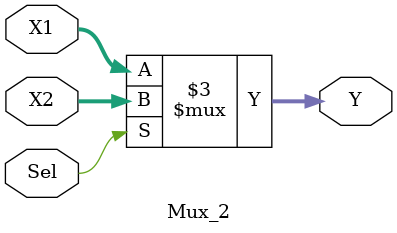
<source format=v>
module Mux_2(
    output reg [31:0] Y,
    input [31:0] X1, X2,
    input Sel
    );
    
    always @(Sel)
      case(Sel)
        0: Y = X1;
        default: Y = X2;
      endcase
endmodule

</source>
